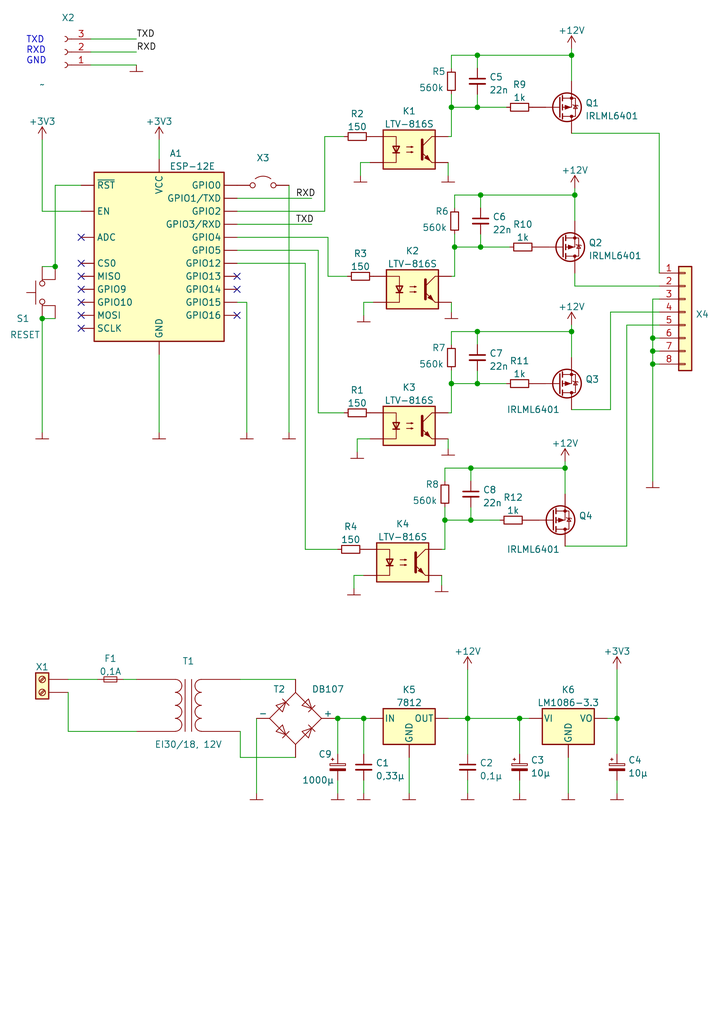
<source format=kicad_sch>
(kicad_sch (version 20211123) (generator eeschema)
  (paper "User" 140.005 200)
  (lib_symbols
    (symbol "Connector:Conn_01x03_Female" (pin_names (offset 1.016) hide)
      (property "Reference" "J" (at 0 5.08 0))
      (property "Value" "Conn_01x03_Female" (at 0 -5.08 0))
      (symbol "Conn_01x03_Female_1_1"
        (arc (start 0 -2.032) (mid -0.508 -2.54) (end 0 -3.048) (stroke (width 0.1524)))
        (polyline (pts (xy -1.27 -2.54) (xy -0.508 -2.54)) (stroke (width 0.1524)))
        (polyline (pts (xy -1.27 0) (xy -0.508 0)) (stroke (width 0.1524)))
        (polyline (pts (xy -1.27 2.54) (xy -0.508 2.54)) (stroke (width 0.1524)))
        (arc (start 0 0.508) (mid -0.508 0) (end 0 -0.508) (stroke (width 0.1524)))
        (arc (start 0 3.048) (mid -0.508 2.54) (end 0 2.032) (stroke (width 0.1524)))
        (pin passive line (at -5.08 2.54 0) (length 3.81) (name "Pin_1") (number "1"))
        (pin passive line (at -5.08 0 0) (length 3.81) (name "Pin_2") (number "2"))
        (pin passive line (at -5.08 -2.54 0) (length 3.81) (name "Pin_3") (number "3"))
      )
    )
    (symbol "Connector:Screw_Terminal_01x02" (pin_numbers hide) (pin_names (offset 1.016) hide)
      (property "Reference" "J" (at 0 2.54 0))
      (property "Value" "Screw_Terminal_01x02" (at 0 -5.08 0))
      (symbol "Screw_Terminal_01x02_1_1"
        (rectangle (start -1.27 1.27) (end 1.27 -3.81) (stroke (width 0.254)) (fill (type background)))
        (circle (center 0 -2.54) (radius 0.635) (stroke (width 0.1524)))
        (polyline (pts (xy -0.5334 -2.2098) (xy 0.3302 -3.048)) (stroke (width 0.1524)))
        (polyline (pts (xy -0.5334 0.3302) (xy 0.3302 -0.508)) (stroke (width 0.1524)))
        (polyline (pts (xy -0.3556 -2.032) (xy 0.508 -2.8702)) (stroke (width 0.1524)))
        (polyline (pts (xy -0.3556 0.508) (xy 0.508 -0.3302)) (stroke (width 0.1524)))
        (circle (center 0 0) (radius 0.635) (stroke (width 0.1524)))
        (pin passive line (at -5.08 0 0) (length 3.81) (name "Pin_1") (number "1"))
        (pin passive line (at -5.08 -2.54 0) (length 3.81) (name "Pin_2") (number "2"))
      )
    )
    (symbol "Connector_Generic:Conn_01x08" (pin_names (offset 1.016) hide)
      (property "Reference" "J" (at 0 10.16 0))
      (property "Value" "Conn_01x08" (at 0 -12.7 0))
      (symbol "Conn_01x08_1_1"
        (rectangle (start -1.27 -10.033) (end 0 -10.287) (stroke (width 0.1524)))
        (rectangle (start -1.27 -7.493) (end 0 -7.747) (stroke (width 0.1524)))
        (rectangle (start -1.27 -4.953) (end 0 -5.207) (stroke (width 0.1524)))
        (rectangle (start -1.27 -2.413) (end 0 -2.667) (stroke (width 0.1524)))
        (rectangle (start -1.27 0.127) (end 0 -0.127) (stroke (width 0.1524)))
        (rectangle (start -1.27 2.667) (end 0 2.413) (stroke (width 0.1524)))
        (rectangle (start -1.27 5.207) (end 0 4.953) (stroke (width 0.1524)))
        (rectangle (start -1.27 7.747) (end 0 7.493) (stroke (width 0.1524)))
        (rectangle (start -1.27 8.89) (end 1.27 -11.43) (stroke (width 0.254)) (fill (type background)))
        (pin passive line (at -5.08 7.62 0) (length 3.81) (name "Pin_1") (number "1"))
        (pin passive line (at -5.08 5.08 0) (length 3.81) (name "Pin_2") (number "2"))
        (pin passive line (at -5.08 2.54 0) (length 3.81) (name "Pin_3") (number "3"))
        (pin passive line (at -5.08 0 0) (length 3.81) (name "Pin_4") (number "4"))
        (pin passive line (at -5.08 -2.54 0) (length 3.81) (name "Pin_5") (number "5"))
        (pin passive line (at -5.08 -5.08 0) (length 3.81) (name "Pin_6") (number "6"))
        (pin passive line (at -5.08 -7.62 0) (length 3.81) (name "Pin_7") (number "7"))
        (pin passive line (at -5.08 -10.16 0) (length 3.81) (name "Pin_8") (number "8"))
      )
    )
    (symbol "Device:C_Polarized_Small" (pin_numbers hide) (pin_names (offset 0.254) hide)
      (property "Reference" "C" (at 0.254 1.778 0))
      (property "Value" "C_Polarized_Small" (at 0.254 -2.032 0))
      (symbol "C_Polarized_Small_0_1"
        (rectangle (start -1.524 -0.3048) (end 1.524 -0.6858) (fill (type outline)))
        (rectangle (start -1.524 0.6858) (end 1.524 0.3048))
        (polyline (pts (xy -1.27 1.524) (xy -0.762 1.524)))
        (polyline (pts (xy -1.016 1.27) (xy -1.016 1.778)))
      )
      (symbol "C_Polarized_Small_1_1"
        (pin passive line (at 0 2.54 270) (length 1.8542) (name "~") (number "1"))
        (pin passive line (at 0 -2.54 90) (length 1.8542) (name "~") (number "2"))
      )
    )
    (symbol "Device:C_Small" (pin_numbers hide) (pin_names (offset 0.254) hide)
      (property "Reference" "C" (at 0.254 1.778 0))
      (property "Value" "C_Small" (at 0.254 -2.032 0))
      (symbol "C_Small_0_1"
        (polyline (pts (xy -1.524 -0.508) (xy 1.524 -0.508)) (stroke (width 0.3302)))
        (polyline (pts (xy -1.524 0.508) (xy 1.524 0.508)) (stroke (width 0.3048)))
      )
      (symbol "C_Small_1_1"
        (pin passive line (at 0 2.54 270) (length 2.032) (name "~") (number "1"))
        (pin passive line (at 0 -2.54 90) (length 2.032) (name "~") (number "2"))
      )
    )
    (symbol "Device:Fuse_Small" (pin_numbers hide) (pin_names (offset 0.254) hide)
      (property "Reference" "F" (at 0 -1.524 0))
      (property "Value" "Fuse_Small" (at 0 1.524 0))
      (symbol "Fuse_Small_0_1"
        (rectangle (start -1.27 0.508) (end 1.27 -0.508))
        (polyline (pts (xy -1.27 0) (xy 1.27 0)))
      )
      (symbol "Fuse_Small_1_1"
        (pin passive line (at -2.54 0 0) (length 1.27) (name "~") (number "1"))
        (pin passive line (at 2.54 0 180) (length 1.27) (name "~") (number "2"))
      )
    )
    (symbol "Device:R_Small" (pin_numbers hide) (pin_names (offset 0.254) hide)
      (property "Reference" "R" (at -2.54 1.143 0))
      (property "Value" "R_Small" (at 0.762 -1.016 0))
      (symbol "R_Small_0_1"
        (rectangle (start -0.762 1.778) (end 0.762 -1.778) (stroke (width 0.2032)))
      )
      (symbol "R_Small_1_1"
        (pin passive line (at 0 2.54 270) (length 0.762) (name "~") (number "1"))
        (pin passive line (at 0 -2.54 90) (length 0.762) (name "~") (number "2"))
      )
    )
    (symbol "Device:Transformer_1P_1S" (pin_numbers hide) (pin_names (offset 1.016) hide)
      (property "Reference" "T1" (at 0.0127 8.6529 0))
      (property "Value" "EI30/18, 12V" (at 0 -7.62 0))
      (symbol "Transformer_1P_1S_0_1"
        (arc (start -2.54 -5.0546) (mid -1.6599 -4.6901) (end -1.27 -3.81))
        (arc (start -2.54 -2.5146) (mid -1.6599 -2.1501) (end -1.27 -1.27))
        (arc (start -2.54 0.0254) (mid -1.6599 0.3899) (end -1.27 1.27))
        (arc (start -2.54 2.5654) (mid -1.6599 2.9299) (end -1.27 3.81))
        (arc (start -1.27 -3.81) (mid -1.642 -2.912) (end -2.54 -2.54))
        (arc (start -1.27 -1.27) (mid -1.642 -0.372) (end -2.54 0))
        (arc (start -1.27 1.27) (mid -1.642 2.168) (end -2.54 2.54))
        (arc (start -1.27 3.81) (mid -1.642 4.708) (end -2.54 5.08))
        (polyline (pts (xy -0.635 5.08) (xy -0.635 -5.08)))
        (polyline (pts (xy 0.635 -5.08) (xy 0.635 5.08)))
        (arc (start 1.2954 -1.27) (mid 1.6599 -2.1501) (end 2.54 -2.5146))
        (arc (start 1.2954 1.27) (mid 1.6599 0.3899) (end 2.54 0.0254))
        (arc (start 1.2954 3.81) (mid 1.6599 2.9299) (end 2.54 2.5654))
        (arc (start 1.3208 -3.81) (mid 1.6853 -4.6901) (end 2.5654 -5.0546))
        (arc (start 2.54 0) (mid 1.642 -0.372) (end 1.2954 -1.27))
        (arc (start 2.54 2.54) (mid 1.642 2.168) (end 1.2954 1.27))
        (arc (start 2.54 5.08) (mid 1.642 4.708) (end 1.2954 3.81))
        (arc (start 2.5654 -2.54) (mid 1.6674 -2.912) (end 1.3208 -3.81))
      )
      (symbol "Transformer_1P_1S_1_1"
        (pin passive line (at -10.16 5.08 0) (length 7.62) (name "AA") (number "1"))
        (pin passive line (at -10.16 -5.08 0) (length 7.62) (name "AB") (number "5"))
        (pin passive line (at 10.16 -5.08 180) (length 7.62) (name "SA") (number "7"))
        (pin passive line (at 10.16 5.08 180) (length 7.62) (name "SB") (number "9"))
      )
    )
    (symbol "Diode_Bridge:DF10M" (pin_numbers hide) (pin_names (offset 0))
      (property "Reference" "D" (at 2.54 6.985 0))
      (property "Value" "DF10M" (at 2.54 5.08 0))
      (symbol "DF10M_0_1"
        (polyline (pts (xy -2.54 3.81) (xy -1.27 2.54)))
        (polyline (pts (xy -1.27 -2.54) (xy -2.54 -3.81)))
        (polyline (pts (xy 2.54 -1.27) (xy 3.81 -2.54)))
        (polyline (pts (xy 2.54 1.27) (xy 3.81 2.54)))
        (polyline (pts (xy -3.81 2.54) (xy -2.54 1.27) (xy -1.905 3.175) (xy -3.81 2.54)))
        (polyline (pts (xy -2.54 -1.27) (xy -3.81 -2.54) (xy -1.905 -3.175) (xy -2.54 -1.27)))
        (polyline (pts (xy 1.27 2.54) (xy 2.54 3.81) (xy 3.175 1.905) (xy 1.27 2.54)))
        (polyline (pts (xy 3.175 -1.905) (xy 1.27 -2.54) (xy 2.54 -3.81) (xy 3.175 -1.905)))
        (polyline (pts (xy -5.08 0) (xy 0 -5.08) (xy 5.08 0) (xy 0 5.08) (xy -5.08 0)))
      )
      (symbol "DF10M_1_1"
        (pin passive line (at 7.62 0 180) (length 2.54) (name "+") (number "1"))
        (pin passive line (at -7.62 0 0) (length 2.54) (name "-") (number "2"))
        (pin passive line (at 0 -7.62 90) (length 2.54) (name "~") (number "3"))
        (pin passive line (at 0 7.62 270) (length 2.54) (name "~") (number "4"))
      )
    )
    (symbol "IRLML6401_1" (pin_numbers hide) (pin_names hide)
      (property "Reference" "Q" (at 5.08 1.905 0))
      (property "Value" "IRLML6401_1" (at 5.08 0 0))
      (symbol "IRLML6401_1_0_1"
        (polyline (pts (xy 0.254 0) (xy -2.54 0)))
        (polyline (pts (xy 0.254 1.905) (xy 0.254 -1.905)) (stroke (width 0.254)))
        (polyline (pts (xy 0.762 -1.27) (xy 0.762 -2.286)) (stroke (width 0.254)))
        (polyline (pts (xy 0.762 0.508) (xy 0.762 -0.508)) (stroke (width 0.254)))
        (polyline (pts (xy 0.762 2.286) (xy 0.762 1.27)) (stroke (width 0.254)))
        (polyline (pts (xy 2.54 2.54) (xy 2.54 1.778)))
        (polyline (pts (xy 2.54 -2.54) (xy 2.54 0) (xy 0.762 0)))
        (polyline (pts (xy 0.762 1.778) (xy 3.302 1.778) (xy 3.302 -1.778) (xy 0.762 -1.778)))
        (polyline (pts (xy 2.286 0) (xy 1.27 0.381) (xy 1.27 -0.381) (xy 2.286 0)) (fill (type outline)))
        (polyline (pts (xy 2.794 -0.508) (xy 2.921 -0.381) (xy 3.683 -0.381) (xy 3.81 -0.254)))
        (polyline (pts (xy 3.302 -0.381) (xy 2.921 0.254) (xy 3.683 0.254) (xy 3.302 -0.381)))
        (circle (center 1.651 0) (radius 2.794) (stroke (width 0.254)))
        (circle (center 2.54 -1.778) (radius 0.254) (fill (type outline)))
        (circle (center 2.54 1.778) (radius 0.254) (fill (type outline)))
      )
      (symbol "IRLML6401_1_1_1"
        (pin input line (at -5.08 0 0) (length 2.54) (name "G") (number "1"))
        (pin passive line (at 2.54 -5.08 90) (length 2.54) (name "S") (number "2"))
        (pin passive line (at 2.54 5.08 270) (length 2.54) (name "D") (number "3"))
      )
    )
    (symbol "IRLML6401_2" (pin_numbers hide) (pin_names hide)
      (property "Reference" "Q" (at 5.08 1.905 0))
      (property "Value" "IRLML6401_2" (at 5.08 0 0))
      (symbol "IRLML6401_2_0_1"
        (polyline (pts (xy 0.254 0) (xy -2.54 0)))
        (polyline (pts (xy 0.254 1.905) (xy 0.254 -1.905)) (stroke (width 0.254)))
        (polyline (pts (xy 0.762 -1.27) (xy 0.762 -2.286)) (stroke (width 0.254)))
        (polyline (pts (xy 0.762 0.508) (xy 0.762 -0.508)) (stroke (width 0.254)))
        (polyline (pts (xy 0.762 2.286) (xy 0.762 1.27)) (stroke (width 0.254)))
        (polyline (pts (xy 2.54 2.54) (xy 2.54 1.778)))
        (polyline (pts (xy 2.54 -2.54) (xy 2.54 0) (xy 0.762 0)))
        (polyline (pts (xy 0.762 1.778) (xy 3.302 1.778) (xy 3.302 -1.778) (xy 0.762 -1.778)))
        (polyline (pts (xy 2.286 0) (xy 1.27 0.381) (xy 1.27 -0.381) (xy 2.286 0)) (fill (type outline)))
        (polyline (pts (xy 2.794 -0.508) (xy 2.921 -0.381) (xy 3.683 -0.381) (xy 3.81 -0.254)))
        (polyline (pts (xy 3.302 -0.381) (xy 2.921 0.254) (xy 3.683 0.254) (xy 3.302 -0.381)))
        (circle (center 1.651 0) (radius 2.794) (stroke (width 0.254)))
        (circle (center 2.54 -1.778) (radius 0.254) (fill (type outline)))
        (circle (center 2.54 1.778) (radius 0.254) (fill (type outline)))
      )
      (symbol "IRLML6401_2_1_1"
        (pin input line (at -5.08 0 0) (length 2.54) (name "G") (number "1"))
        (pin passive line (at 2.54 -5.08 90) (length 2.54) (name "S") (number "2"))
        (pin passive line (at 2.54 5.08 270) (length 2.54) (name "D") (number "3"))
      )
    )
    (symbol "IRLML6401_3" (pin_numbers hide) (pin_names hide)
      (property "Reference" "Q" (at 5.08 1.905 0))
      (property "Value" "IRLML6401_3" (at 5.08 0 0))
      (symbol "IRLML6401_3_0_1"
        (polyline (pts (xy 0.254 0) (xy -2.54 0)))
        (polyline (pts (xy 0.254 1.905) (xy 0.254 -1.905)) (stroke (width 0.254)))
        (polyline (pts (xy 0.762 -1.27) (xy 0.762 -2.286)) (stroke (width 0.254)))
        (polyline (pts (xy 0.762 0.508) (xy 0.762 -0.508)) (stroke (width 0.254)))
        (polyline (pts (xy 0.762 2.286) (xy 0.762 1.27)) (stroke (width 0.254)))
        (polyline (pts (xy 2.54 2.54) (xy 2.54 1.778)))
        (polyline (pts (xy 2.54 -2.54) (xy 2.54 0) (xy 0.762 0)))
        (polyline (pts (xy 0.762 1.778) (xy 3.302 1.778) (xy 3.302 -1.778) (xy 0.762 -1.778)))
        (polyline (pts (xy 2.286 0) (xy 1.27 0.381) (xy 1.27 -0.381) (xy 2.286 0)) (fill (type outline)))
        (polyline (pts (xy 2.794 -0.508) (xy 2.921 -0.381) (xy 3.683 -0.381) (xy 3.81 -0.254)))
        (polyline (pts (xy 3.302 -0.381) (xy 2.921 0.254) (xy 3.683 0.254) (xy 3.302 -0.381)))
        (circle (center 1.651 0) (radius 2.794) (stroke (width 0.254)))
        (circle (center 2.54 -1.778) (radius 0.254) (fill (type outline)))
        (circle (center 2.54 1.778) (radius 0.254) (fill (type outline)))
      )
      (symbol "IRLML6401_3_1_1"
        (pin input line (at -5.08 0 0) (length 2.54) (name "G") (number "1"))
        (pin passive line (at 2.54 -5.08 90) (length 2.54) (name "S") (number "2"))
        (pin passive line (at 2.54 5.08 270) (length 2.54) (name "D") (number "3"))
      )
    )
    (symbol "Isolator:LTV-356T" (pin_numbers hide) (pin_names (offset 1.016))
      (property "Reference" "U" (at -5.334 4.826 0))
      (property "Value" "LTV-356T" (at 0 5.08 0))
      (symbol "LTV-356T_0_1"
        (rectangle (start -5.08 3.81) (end 5.08 -3.81) (stroke (width 0.254)) (fill (type background)))
        (polyline (pts (xy -3.175 -0.635) (xy -1.905 -0.635)) (stroke (width 0.254)))
        (polyline (pts (xy 2.54 0.635) (xy 4.445 2.54)))
        (polyline (pts (xy 4.445 -2.54) (xy 2.54 -0.635)) (fill (type outline)))
        (polyline (pts (xy 4.445 -2.54) (xy 5.08 -2.54)))
        (polyline (pts (xy 4.445 2.54) (xy 5.08 2.54)))
        (polyline (pts (xy -5.08 2.54) (xy -2.54 2.54) (xy -2.54 -0.762)))
        (polyline (pts (xy -2.54 -0.635) (xy -2.54 -2.54) (xy -5.08 -2.54)))
        (polyline (pts (xy 2.54 1.905) (xy 2.54 -1.905) (xy 2.54 -1.905)) (stroke (width 0.508)))
        (polyline (pts (xy -2.54 -0.635) (xy -3.175 0.635) (xy -1.905 0.635) (xy -2.54 -0.635)) (stroke (width 0.254)))
        (polyline (pts (xy -0.508 -0.508) (xy 0.762 -0.508) (xy 0.381 -0.635) (xy 0.381 -0.381) (xy 0.762 -0.508)))
        (polyline (pts (xy -0.508 0.508) (xy 0.762 0.508) (xy 0.381 0.381) (xy 0.381 0.635) (xy 0.762 0.508)))
        (polyline (pts (xy 3.048 -1.651) (xy 3.556 -1.143) (xy 4.064 -2.159) (xy 3.048 -1.651) (xy 3.048 -1.651)) (fill (type outline)))
      )
      (symbol "LTV-356T_1_1"
        (pin passive line (at -7.62 2.54 0) (length 2.54) (name "~") (number "1"))
        (pin passive line (at -7.62 -2.54 0) (length 2.54) (name "~") (number "2"))
        (pin passive line (at 7.62 -2.54 180) (length 2.54) (name "~") (number "3"))
        (pin passive line (at 7.62 2.54 180) (length 2.54) (name "~") (number "4"))
      )
    )
    (symbol "Isolator:LTV-817S" (pin_numbers hide) (pin_names (offset 1.016))
      (property "Reference" "U" (at -3.81 5.08 0))
      (property "Value" "LTV-817S" (at 0 -5.08 0))
      (symbol "LTV-817S_1_1"
        (rectangle (start -5.08 3.81) (end 5.08 -3.81) (stroke (width 0.254)) (fill (type background)))
        (polyline (pts (xy -3.175 -0.635) (xy -1.905 -0.635)) (stroke (width 0.254)))
        (polyline (pts (xy 2.54 0.635) (xy 4.445 2.54)))
        (polyline (pts (xy 4.445 -2.54) (xy 2.54 -0.635)) (fill (type outline)))
        (polyline (pts (xy 4.445 -2.54) (xy 5.08 -2.54)))
        (polyline (pts (xy 4.445 2.54) (xy 5.08 2.54)))
        (polyline (pts (xy -5.08 2.54) (xy -2.54 2.54) (xy -2.54 -0.762)))
        (polyline (pts (xy -2.54 -0.635) (xy -2.54 -2.54) (xy -5.08 -2.54)))
        (polyline (pts (xy 2.54 1.905) (xy 2.54 -1.905) (xy 2.54 -1.905)) (stroke (width 0.508)))
        (polyline (pts (xy -2.54 -0.635) (xy -3.175 0.635) (xy -1.905 0.635) (xy -2.54 -0.635)) (stroke (width 0.254)))
        (polyline (pts (xy -0.508 -0.508) (xy 0.762 -0.508) (xy 0.381 -0.635) (xy 0.381 -0.381) (xy 0.762 -0.508)))
        (polyline (pts (xy -0.508 0.508) (xy 0.762 0.508) (xy 0.381 0.381) (xy 0.381 0.635) (xy 0.762 0.508)))
        (polyline (pts (xy 3.048 -1.651) (xy 3.556 -1.143) (xy 4.064 -2.159) (xy 3.048 -1.651) (xy 3.048 -1.651)) (fill (type outline)))
        (pin passive line (at -7.62 2.54 0) (length 2.54) (name "~") (number "1"))
        (pin passive line (at -7.62 -2.54 0) (length 2.54) (name "~") (number "2"))
        (pin passive line (at 7.62 -2.54 180) (length 2.54) (name "~") (number "3"))
        (pin passive line (at 7.62 2.54 180) (length 2.54) (name "~") (number "4"))
      )
    )
    (symbol "Jumper:Jumper_2_Open" (pin_numbers hide) (pin_names (offset 0) hide)
      (property "Reference" "JP" (at 0 2.794 0))
      (property "Value" "Jumper_2_Open" (at 0 -2.286 0))
      (symbol "Jumper_2_Open_0_0"
        (circle (center -2.032 0) (radius 0.508))
        (circle (center 2.032 0) (radius 0.508))
      )
      (symbol "Jumper_2_Open_0_1"
        (arc (start 1.524 1.27) (mid 0 1.778) (end -1.524 1.27))
      )
      (symbol "Jumper_2_Open_1_1"
        (pin passive line (at -5.08 0 0) (length 2.54) (name "A") (number "1"))
        (pin passive line (at 5.08 0 180) (length 2.54) (name "B") (number "2"))
      )
    )
    (symbol "LTV-356T_1" (pin_numbers hide) (pin_names (offset 1.016))
      (property "Reference" "U" (at -5.334 4.826 0))
      (property "Value" "LTV-356T_1" (at 0 5.08 0))
      (symbol "LTV-356T_1_0_1"
        (rectangle (start -5.08 3.81) (end 5.08 -3.81) (stroke (width 0.254)) (fill (type background)))
        (polyline (pts (xy -3.175 -0.635) (xy -1.905 -0.635)) (stroke (width 0.254)))
        (polyline (pts (xy 2.54 0.635) (xy 4.445 2.54)))
        (polyline (pts (xy 4.445 -2.54) (xy 2.54 -0.635)) (fill (type outline)))
        (polyline (pts (xy 4.445 -2.54) (xy 5.08 -2.54)))
        (polyline (pts (xy 4.445 2.54) (xy 5.08 2.54)))
        (polyline (pts (xy -5.08 2.54) (xy -2.54 2.54) (xy -2.54 -0.762)))
        (polyline (pts (xy -2.54 -0.635) (xy -2.54 -2.54) (xy -5.08 -2.54)))
        (polyline (pts (xy 2.54 1.905) (xy 2.54 -1.905) (xy 2.54 -1.905)) (stroke (width 0.508)))
        (polyline (pts (xy -2.54 -0.635) (xy -3.175 0.635) (xy -1.905 0.635) (xy -2.54 -0.635)) (stroke (width 0.254)))
        (polyline (pts (xy -0.508 -0.508) (xy 0.762 -0.508) (xy 0.381 -0.635) (xy 0.381 -0.381) (xy 0.762 -0.508)))
        (polyline (pts (xy -0.508 0.508) (xy 0.762 0.508) (xy 0.381 0.381) (xy 0.381 0.635) (xy 0.762 0.508)))
        (polyline (pts (xy 3.048 -1.651) (xy 3.556 -1.143) (xy 4.064 -2.159) (xy 3.048 -1.651) (xy 3.048 -1.651)) (fill (type outline)))
      )
      (symbol "LTV-356T_1_1_1"
        (pin passive line (at -7.62 2.54 0) (length 2.54) (name "~") (number "1"))
        (pin passive line (at -7.62 -2.54 0) (length 2.54) (name "~") (number "2"))
        (pin passive line (at 7.62 -2.54 180) (length 2.54) (name "~") (number "3"))
        (pin passive line (at 7.62 2.54 180) (length 2.54) (name "~") (number "4"))
      )
    )
    (symbol "LTV-356T_2" (pin_numbers hide) (pin_names (offset 1.016))
      (property "Reference" "U" (at -5.334 4.826 0))
      (property "Value" "LTV-356T_2" (at 0 5.08 0))
      (symbol "LTV-356T_2_0_1"
        (rectangle (start -5.08 3.81) (end 5.08 -3.81) (stroke (width 0.254)) (fill (type background)))
        (polyline (pts (xy -3.175 -0.635) (xy -1.905 -0.635)) (stroke (width 0.254)))
        (polyline (pts (xy 2.54 0.635) (xy 4.445 2.54)))
        (polyline (pts (xy 4.445 -2.54) (xy 2.54 -0.635)) (fill (type outline)))
        (polyline (pts (xy 4.445 -2.54) (xy 5.08 -2.54)))
        (polyline (pts (xy 4.445 2.54) (xy 5.08 2.54)))
        (polyline (pts (xy -5.08 2.54) (xy -2.54 2.54) (xy -2.54 -0.762)))
        (polyline (pts (xy -2.54 -0.635) (xy -2.54 -2.54) (xy -5.08 -2.54)))
        (polyline (pts (xy 2.54 1.905) (xy 2.54 -1.905) (xy 2.54 -1.905)) (stroke (width 0.508)))
        (polyline (pts (xy -2.54 -0.635) (xy -3.175 0.635) (xy -1.905 0.635) (xy -2.54 -0.635)) (stroke (width 0.254)))
        (polyline (pts (xy -0.508 -0.508) (xy 0.762 -0.508) (xy 0.381 -0.635) (xy 0.381 -0.381) (xy 0.762 -0.508)))
        (polyline (pts (xy -0.508 0.508) (xy 0.762 0.508) (xy 0.381 0.381) (xy 0.381 0.635) (xy 0.762 0.508)))
        (polyline (pts (xy 3.048 -1.651) (xy 3.556 -1.143) (xy 4.064 -2.159) (xy 3.048 -1.651) (xy 3.048 -1.651)) (fill (type outline)))
      )
      (symbol "LTV-356T_2_1_1"
        (pin passive line (at -7.62 2.54 0) (length 2.54) (name "~") (number "1"))
        (pin passive line (at -7.62 -2.54 0) (length 2.54) (name "~") (number "2"))
        (pin passive line (at 7.62 -2.54 180) (length 2.54) (name "~") (number "3"))
        (pin passive line (at 7.62 2.54 180) (length 2.54) (name "~") (number "4"))
      )
    )
    (symbol "RF_Module:ESP-12E" (pin_numbers hide)
      (property "Reference" "U" (at -12.7 19.05 0))
      (property "Value" "ESP-12E" (at 12.7 19.05 0))
      (symbol "ESP-12E_0_1"
        (rectangle (start -12.7 17.78) (end 12.7 -15.24) (stroke (width 0.254)) (fill (type background)))
      )
      (symbol "ESP-12E_1_1"
        (pin input line (at -15.24 15.24 0) (length 2.54) (name "~{RST}") (number "1"))
        (pin bidirectional line (at -15.24 -2.54 0) (length 2.54) (name "MISO") (number "10"))
        (pin bidirectional line (at -15.24 -5.08 0) (length 2.54) (name "GPIO9") (number "11"))
        (pin bidirectional line (at -15.24 -7.62 0) (length 2.54) (name "GPIO10") (number "12"))
        (pin bidirectional line (at -15.24 -10.16 0) (length 2.54) (name "MOSI") (number "13"))
        (pin bidirectional line (at -15.24 -12.7 0) (length 2.54) (name "SCLK") (number "14"))
        (pin power_in line (at 0 -17.78 90) (length 2.54) (name "GND") (number "15"))
        (pin bidirectional line (at 15.24 -7.62 180) (length 2.54) (name "GPIO15") (number "16"))
        (pin bidirectional line (at 15.24 10.16 180) (length 2.54) (name "GPIO2") (number "17"))
        (pin bidirectional line (at 15.24 15.24 180) (length 2.54) (name "GPIO0") (number "18"))
        (pin bidirectional line (at 15.24 5.08 180) (length 2.54) (name "GPIO4") (number "19"))
        (pin input line (at -15.24 5.08 0) (length 2.54) (name "ADC") (number "2"))
        (pin bidirectional line (at 15.24 2.54 180) (length 2.54) (name "GPIO5") (number "20"))
        (pin bidirectional line (at 15.24 7.62 180) (length 2.54) (name "GPIO3/RXD") (number "21"))
        (pin bidirectional line (at 15.24 12.7 180) (length 2.54) (name "GPIO1/TXD") (number "22"))
        (pin input line (at -15.24 10.16 0) (length 2.54) (name "EN") (number "3"))
        (pin bidirectional line (at 15.24 -10.16 180) (length 2.54) (name "GPIO16") (number "4"))
        (pin bidirectional line (at 15.24 -5.08 180) (length 2.54) (name "GPIO14") (number "5"))
        (pin bidirectional line (at 15.24 0 180) (length 2.54) (name "GPIO12") (number "6"))
        (pin bidirectional line (at 15.24 -2.54 180) (length 2.54) (name "GPIO13") (number "7"))
        (pin power_in line (at 0 20.32 270) (length 2.54) (name "VCC") (number "8"))
        (pin input line (at -15.24 0 0) (length 2.54) (name "CS0") (number "9"))
      )
    )
    (symbol "Regulator_Linear:L7812" (pin_numbers hide) (pin_names (offset 0.254))
      (property "Reference" "U" (at -3.81 3.175 0))
      (property "Value" "L7812" (at 0 3.175 0))
      (symbol "L7812_0_1"
        (rectangle (start -5.08 1.905) (end 5.08 -5.08) (stroke (width 0.254)) (fill (type background)))
      )
      (symbol "L7812_1_1"
        (pin power_in line (at -7.62 0 0) (length 2.54) (name "IN") (number "1"))
        (pin power_in line (at 0 -7.62 90) (length 2.54) (name "GND") (number "2"))
        (pin power_out line (at 7.62 0 180) (length 2.54) (name "OUT") (number "3"))
      )
    )
    (symbol "Regulator_Linear:LM1084-3.3" (pin_numbers hide) (pin_names (offset 0.254))
      (property "Reference" "U" (at -3.81 3.175 0))
      (property "Value" "LM1084-3.3" (at 0 3.175 0))
      (symbol "LM1084-3.3_0_1"
        (rectangle (start -5.08 1.905) (end 5.08 -5.08) (stroke (width 0.254)) (fill (type background)))
      )
      (symbol "LM1084-3.3_1_1"
        (pin power_in line (at 0 -7.62 90) (length 2.54) (name "GND") (number "1"))
        (pin power_out line (at 7.62 0 180) (length 2.54) (name "VO") (number "2"))
        (pin power_in line (at -7.62 0 0) (length 2.54) (name "VI") (number "3"))
      )
    )
    (symbol "Switch:SW_MEC_5E" (pin_numbers hide) (pin_names (offset 1.016) hide)
      (property "Reference" "SW" (at 0.635 5.715 0))
      (property "Value" "SW_MEC_5E" (at 0 -3.175 0))
      (symbol "SW_MEC_5E_0_1"
        (circle (center -1.778 2.54) (radius 0.508))
        (polyline (pts (xy -2.286 3.81) (xy 2.286 3.81)))
        (polyline (pts (xy 0 3.81) (xy 0 5.588)))
        (polyline (pts (xy -2.54 0) (xy -2.54 2.54) (xy -2.286 2.54)))
        (polyline (pts (xy 2.54 0) (xy 2.54 2.54) (xy 2.286 2.54)))
        (circle (center 1.778 2.54) (radius 0.508))
        (pin passive line (at -5.08 2.54 0) (length 2.54) (name "1") (number "1"))
        (pin passive line (at -5.08 0 0) (length 2.54) (name "2") (number "2"))
        (pin passive line (at 5.08 0 180) (length 2.54) (name "K") (number "3"))
        (pin passive line (at 5.08 2.54 180) (length 2.54) (name "A") (number "4"))
      )
    )
    (symbol "Transistor_FET:IRLML6401" (pin_numbers hide) (pin_names hide)
      (property "Reference" "Q" (at 5.08 1.905 0))
      (property "Value" "IRLML6401" (at 5.08 0 0))
      (symbol "IRLML6401_0_1"
        (polyline (pts (xy 0.254 0) (xy -2.54 0)))
        (polyline (pts (xy 0.254 1.905) (xy 0.254 -1.905)) (stroke (width 0.254)))
        (polyline (pts (xy 0.762 -1.27) (xy 0.762 -2.286)) (stroke (width 0.254)))
        (polyline (pts (xy 0.762 0.508) (xy 0.762 -0.508)) (stroke (width 0.254)))
        (polyline (pts (xy 0.762 2.286) (xy 0.762 1.27)) (stroke (width 0.254)))
        (polyline (pts (xy 2.54 2.54) (xy 2.54 1.778)))
        (polyline (pts (xy 2.54 -2.54) (xy 2.54 0) (xy 0.762 0)))
        (polyline (pts (xy 0.762 1.778) (xy 3.302 1.778) (xy 3.302 -1.778) (xy 0.762 -1.778)))
        (polyline (pts (xy 2.286 0) (xy 1.27 0.381) (xy 1.27 -0.381) (xy 2.286 0)) (fill (type outline)))
        (polyline (pts (xy 2.794 -0.508) (xy 2.921 -0.381) (xy 3.683 -0.381) (xy 3.81 -0.254)))
        (polyline (pts (xy 3.302 -0.381) (xy 2.921 0.254) (xy 3.683 0.254) (xy 3.302 -0.381)))
        (circle (center 1.651 0) (radius 2.794) (stroke (width 0.254)))
        (circle (center 2.54 -1.778) (radius 0.254) (fill (type outline)))
        (circle (center 2.54 1.778) (radius 0.254) (fill (type outline)))
      )
      (symbol "IRLML6401_1_1"
        (pin input line (at -5.08 0 0) (length 2.54) (name "G") (number "1"))
        (pin passive line (at 2.54 -5.08 90) (length 2.54) (name "S") (number "2"))
        (pin passive line (at 2.54 5.08 270) (length 2.54) (name "D") (number "3"))
      )
    )
    (symbol "power:+12V" (power) (pin_names (offset 0))
      (property "Value" "+12V" (at 0 3.556 0))
      (symbol "+12V_0_1"
        (polyline (pts (xy -0.762 1.27) (xy 0 2.54)))
        (polyline (pts (xy 0 0) (xy 0 2.54)))
        (polyline (pts (xy 0 2.54) (xy 0.762 1.27)))
      )
      (symbol "+12V_1_1"
        (pin power_in line (at 0 0 90) (length 0) hide (name "+12V") (number "1"))
      )
    )
    (symbol "power:+3.3V" (power) (pin_names (offset 0))
      (property "Value" "+3.3V" (at 0 3.556 0))
      (symbol "+3.3V_0_1"
        (polyline (pts (xy -0.762 1.27) (xy 0 2.54)))
        (polyline (pts (xy 0 0) (xy 0 2.54)))
        (polyline (pts (xy 0 2.54) (xy 0.762 1.27)))
      )
      (symbol "+3.3V_1_1"
        (pin power_in line (at 0 0 90) (length 0) hide (name "+3V3") (number "1"))
      )
    )
    (symbol "power:GND" (power) (pin_names (offset 0))
      (symbol "GND_0_1"
        (polyline (pts (xy 0 0) (xy 0 -1.27) (xy 1.27 -1.27) (xy -1.27 -1.27) (xy 0 -1.27)))
      )
      (symbol "GND_1_1"
        (pin power_in line (at 0 0 270) (length 0) hide (name "GND") (number "1"))
      )
    )
  )
  (junction (at 110.49 91.44))
  (junction (at 88.265 20.955))
  (junction (at 88.9 48.26))
  (junction (at 93.98 48.26))
  (junction (at 8.255 62.23))
  (junction (at 111.76 10.795))
  (junction (at 86.995 101.6))
  (junction (at 88.265 74.93))
  (junction (at 93.345 10.795))
  (junction (at 112.395 38.1))
  (junction (at 127.635 66.04))
  (junction (at 66.04 140.335))
  (junction (at 93.345 64.77))
  (junction (at 93.345 74.93))
  (junction (at 93.345 20.955))
  (junction (at 91.44 140.335))
  (junction (at 127.635 68.58))
  (junction (at 101.6 140.335))
  (junction (at 111.76 64.77))
  (junction (at 92.075 91.44))
  (junction (at 93.98 38.1))
  (junction (at 127.635 71.12))
  (junction (at 71.12 140.335))
  (junction (at 92.075 101.6))
  (junction (at 120.65 140.335))
  (junction (at 10.795 52.07))
  (no_connect (at 46.355 53.975))
  (no_connect (at 46.355 56.515))
  (no_connect (at 46.355 61.595))
  (no_connect (at 15.875 46.355))
  (no_connect (at 15.875 51.435))
  (no_connect (at 15.875 53.975))
  (no_connect (at 15.875 56.515))
  (no_connect (at 15.875 59.055))
  (no_connect (at 15.875 61.595))
  (no_connect (at 15.875 64.135))
  (wire (pts (xy 50.165 140.335) (xy 50.165 154.94)))
  (wire (pts (xy 31.115 27.305) (xy 31.115 31.115)))
  (wire (pts (xy 62.23 80.645) (xy 67.31 80.645)))
  (wire (pts (xy 88.9 38.1) (xy 88.9 40.64)))
  (wire (pts (xy 111.76 15.875) (xy 111.76 10.795)))
  (wire (pts (xy 88.265 72.39) (xy 88.265 74.93)))
  (wire (pts (xy 17.78 12.7) (xy 26.67 12.7)))
  (wire (pts (xy 66.04 152.4) (xy 66.04 154.94)))
  (wire (pts (xy 71.12 59.055) (xy 73.025 59.055)))
  (wire (pts (xy 93.98 48.26) (xy 99.695 48.26)))
  (wire (pts (xy 88.265 26.67) (xy 87.63 26.67)))
  (wire (pts (xy 86.995 101.6) (xy 92.075 101.6)))
  (wire (pts (xy 93.345 72.39) (xy 93.345 74.93)))
  (wire (pts (xy 122.555 106.68) (xy 122.555 63.5)))
  (wire (pts (xy 8.255 52.07) (xy 10.795 52.07)))
  (wire (pts (xy 10.795 52.07) (xy 10.795 36.195)))
  (wire (pts (xy 93.345 18.415) (xy 93.345 20.955)))
  (wire (pts (xy 119.38 80.01) (xy 119.38 60.96)))
  (wire (pts (xy 92.075 91.44) (xy 92.075 93.98)))
  (wire (pts (xy 111.76 63.5) (xy 111.76 64.77)))
  (wire (pts (xy 101.6 140.335) (xy 101.6 147.32)))
  (wire (pts (xy 17.78 7.62) (xy 26.67 7.62)))
  (wire (pts (xy 128.905 26.035) (xy 128.905 53.34)))
  (wire (pts (xy 71.12 61.595) (xy 71.12 59.055)))
  (wire (pts (xy 65.405 140.335) (xy 66.04 140.335)))
  (wire (pts (xy 111.76 80.01) (xy 119.38 80.01)))
  (wire (pts (xy 80.01 147.955) (xy 80.01 154.94)))
  (wire (pts (xy 88.265 20.955) (xy 88.265 26.67)))
  (wire (pts (xy 110.49 106.68) (xy 122.555 106.68)))
  (wire (pts (xy 93.98 38.1) (xy 88.9 38.1)))
  (wire (pts (xy 8.255 62.23) (xy 8.255 84.455)))
  (wire (pts (xy 120.65 130.81) (xy 120.65 140.335)))
  (wire (pts (xy 91.44 140.335) (xy 91.44 147.32)))
  (wire (pts (xy 93.345 64.77) (xy 93.345 67.31)))
  (wire (pts (xy 64.135 46.355) (xy 64.135 53.975)))
  (wire (pts (xy 59.69 107.315) (xy 66.04 107.315)))
  (wire (pts (xy 71.12 140.335) (xy 72.39 140.335)))
  (wire (pts (xy 127.635 68.58) (xy 127.635 66.04)))
  (wire (pts (xy 69.215 112.395) (xy 71.12 112.395)))
  (wire (pts (xy 66.04 140.335) (xy 66.04 147.32)))
  (wire (pts (xy 92.075 91.44) (xy 86.995 91.44)))
  (wire (pts (xy 127.635 66.04) (xy 127.635 58.42)))
  (wire (pts (xy 10.795 36.195) (xy 15.875 36.195)))
  (wire (pts (xy 127.635 93.98) (xy 127.635 71.12)))
  (wire (pts (xy 46.355 59.055) (xy 48.26 59.055)))
  (wire (pts (xy 8.255 27.305) (xy 8.255 41.275)))
  (wire (pts (xy 91.44 130.81) (xy 91.44 140.335)))
  (wire (pts (xy 88.9 45.72) (xy 88.9 48.26)))
  (wire (pts (xy 111.76 26.035) (xy 128.905 26.035)))
  (wire (pts (xy 31.115 69.215) (xy 31.115 84.455)))
  (wire (pts (xy 69.215 114.935) (xy 69.215 112.395)))
  (wire (pts (xy 93.345 10.795) (xy 88.265 10.795)))
  (wire (pts (xy 112.395 43.18) (xy 112.395 38.1)))
  (wire (pts (xy 86.995 101.6) (xy 86.995 107.315)))
  (wire (pts (xy 122.555 63.5) (xy 128.905 63.5)))
  (wire (pts (xy 120.65 140.335) (xy 120.65 147.32)))
  (wire (pts (xy 46.99 147.955) (xy 57.785 147.955)))
  (wire (pts (xy 93.345 10.795) (xy 93.345 13.335)))
  (wire (pts (xy 111.125 147.955) (xy 111.125 154.94)))
  (wire (pts (xy 86.36 112.395) (xy 86.36 114.3)))
  (wire (pts (xy 17.78 10.16) (xy 26.67 10.16)))
  (wire (pts (xy 93.98 38.1) (xy 93.98 40.64)))
  (wire (pts (xy 91.44 140.335) (xy 101.6 140.335)))
  (wire (pts (xy 71.12 140.335) (xy 71.12 147.32)))
  (wire (pts (xy 88.9 48.26) (xy 93.98 48.26)))
  (wire (pts (xy 111.76 69.85) (xy 111.76 64.77)))
  (wire (pts (xy 87.63 140.335) (xy 91.44 140.335)))
  (wire (pts (xy 46.355 51.435) (xy 59.69 51.435)))
  (wire (pts (xy 93.345 20.955) (xy 99.06 20.955)))
  (wire (pts (xy 8.255 62.23) (xy 10.795 62.23)))
  (wire (pts (xy 88.265 10.795) (xy 88.265 13.335)))
  (wire (pts (xy 13.335 132.715) (xy 19.05 132.715)))
  (wire (pts (xy 66.04 140.335) (xy 71.12 140.335)))
  (wire (pts (xy 93.345 64.77) (xy 88.265 64.77)))
  (wire (pts (xy 69.85 88.265) (xy 69.85 85.725)))
  (wire (pts (xy 120.65 152.4) (xy 120.65 154.94)))
  (wire (pts (xy 62.23 48.895) (xy 62.23 80.645)))
  (wire (pts (xy 119.38 60.96) (xy 128.905 60.96)))
  (wire (pts (xy 127.635 71.12) (xy 127.635 68.58)))
  (wire (pts (xy 46.355 46.355) (xy 64.135 46.355)))
  (wire (pts (xy 63.5 26.67) (xy 67.31 26.67)))
  (wire (pts (xy 110.49 96.52) (xy 110.49 91.44)))
  (wire (pts (xy 101.6 152.4) (xy 101.6 154.94)))
  (wire (pts (xy 111.76 9.525) (xy 111.76 10.795)))
  (wire (pts (xy 101.6 140.335) (xy 103.505 140.335)))
  (wire (pts (xy 87.63 31.75) (xy 87.63 34.29)))
  (wire (pts (xy 118.745 140.335) (xy 120.65 140.335)))
  (wire (pts (xy 88.265 74.93) (xy 88.265 80.645)))
  (wire (pts (xy 93.98 45.72) (xy 93.98 48.26)))
  (wire (pts (xy 112.395 53.34) (xy 112.395 55.88)))
  (wire (pts (xy 127.635 68.58) (xy 128.905 68.58)))
  (wire (pts (xy 86.995 91.44) (xy 86.995 93.98)))
  (wire (pts (xy 93.345 74.93) (xy 99.06 74.93)))
  (wire (pts (xy 86.995 99.06) (xy 86.995 101.6)))
  (wire (pts (xy 48.26 59.055) (xy 48.26 84.455)))
  (wire (pts (xy 111.76 10.795) (xy 93.345 10.795)))
  (wire (pts (xy 88.265 64.77) (xy 88.265 67.31)))
  (wire (pts (xy 88.9 48.26) (xy 88.9 53.975)))
  (wire (pts (xy 112.395 55.88) (xy 128.905 55.88)))
  (wire (pts (xy 110.49 91.44) (xy 92.075 91.44)))
  (wire (pts (xy 8.255 41.275) (xy 15.875 41.275)))
  (wire (pts (xy 56.515 36.195) (xy 56.515 84.455)))
  (wire (pts (xy 92.075 101.6) (xy 97.79 101.6)))
  (wire (pts (xy 88.265 74.93) (xy 93.345 74.93)))
  (wire (pts (xy 63.5 41.275) (xy 63.5 26.67)))
  (wire (pts (xy 88.265 20.955) (xy 93.345 20.955)))
  (wire (pts (xy 46.355 41.275) (xy 63.5 41.275)))
  (wire (pts (xy 111.76 64.77) (xy 93.345 64.77)))
  (wire (pts (xy 64.135 53.975) (xy 67.945 53.975)))
  (wire (pts (xy 13.335 135.255) (xy 13.335 142.875)))
  (wire (pts (xy 91.44 152.4) (xy 91.44 154.94)))
  (wire (pts (xy 70.485 31.75) (xy 72.39 31.75)))
  (wire (pts (xy 112.395 36.83) (xy 112.395 38.1)))
  (wire (pts (xy 13.335 142.875) (xy 26.67 142.875)))
  (wire (pts (xy 46.355 48.895) (xy 62.23 48.895)))
  (wire (pts (xy 46.99 142.875) (xy 46.99 147.955)))
  (wire (pts (xy 24.13 132.715) (xy 26.67 132.715)))
  (wire (pts (xy 46.99 132.715) (xy 57.785 132.715)))
  (wire (pts (xy 112.395 38.1) (xy 93.98 38.1)))
  (wire (pts (xy 70.485 34.29) (xy 70.485 31.75)))
  (wire (pts (xy 88.265 80.645) (xy 87.63 80.645)))
  (wire (pts (xy 71.12 152.4) (xy 71.12 154.94)))
  (wire (pts (xy 127.635 58.42) (xy 128.905 58.42)))
  (wire (pts (xy 88.265 18.415) (xy 88.265 20.955)))
  (wire (pts (xy 69.85 85.725) (xy 72.39 85.725)))
  (wire (pts (xy 46.355 43.815) (xy 60.96 43.815)))
  (wire (pts (xy 59.69 51.435) (xy 59.69 107.315)))
  (wire (pts (xy 127.635 71.12) (xy 128.905 71.12)))
  (wire (pts (xy 88.265 59.055) (xy 88.265 60.96)))
  (wire (pts (xy 110.49 90.17) (xy 110.49 91.44)))
  (wire (pts (xy 127.635 66.04) (xy 128.905 66.04)))
  (wire (pts (xy 92.075 99.06) (xy 92.075 101.6)))
  (wire (pts (xy 87.63 85.725) (xy 87.63 87.63)))
  (wire (pts (xy 86.995 107.315) (xy 86.36 107.315)))
  (wire (pts (xy 46.355 38.735) (xy 60.96 38.735)))
  (wire (pts (xy 88.9 53.975) (xy 88.265 53.975)))
  (text "TXD\nRXD\nGND" (at 5.08 12.7 0) (effects (font (size 1.27 1.27)) (justify left bottom)))
  (label "RXD" (at 57.785 38.735 0))
  (label "RXD" (at 26.67 10.16 0))
  (label "TXD" (at 26.67 7.62 0))
  (label "TXD" (at 57.785 43.815 0))
  (symbol (lib_id "Device:R_Small") (at 68.58 107.315 90) (unit 1)
    (property "Reference" "R4" (at 68.58 102.8786 90))
    (property "Value" "150" (at 68.58 105.4155 90))
    (property "Footprint" "Resistor_SMD:R_1206_3216Metric_Pad1.30x1.75mm_HandSolder" (effects hide))
  )
  (symbol (lib_id "Device:R_Small") (at 88.265 69.85 0) (unit 1)
    (property "Reference" "R7" (at 84.455 67.945 0) (effects (justify left)))
    (property "Value" "560k" (at 81.915 71.12 0) (effects (justify left)))
    (property "Footprint" "Resistor_SMD:R_1206_3216Metric_Pad1.30x1.75mm_HandSolder" (effects hide))
  )
  (symbol (lib_id "Connector:Conn_01x03_Female") (at 12.7 10.16 180) (unit 1)
    (property "Reference" "X2" (at 13.335 3.463 0))
    (property "Value" "~" (at 8.255 16.51 0))
  )
  (symbol (lib_name "IRLML6401_1") (lib_id "Transistor_FET:IRLML6401") (at 109.22 20.955 0) (mirror x) (unit 1)
    (property "Reference" "Q1" (at 114.427 20.1203 0) (effects (justify left)))
    (property "Value" "IRLML6401" (at 114.427 22.6572 0) (effects (justify left)))
    (property "Footprint" "Package_TO_SOT_SMD:SOT-23" (effects hide))
    (property "Datasheet" "https://www.infineon.com/dgdl/irlml6401pbf.pdf?fileId=5546d462533600a401535668b96d2634" (effects hide))
  )
  (symbol (lib_name "IRLML6401_2") (lib_id "Transistor_FET:IRLML6401") (at 109.855 48.26 0) (mirror x) (unit 1)
    (property "Reference" "Q2" (at 115.062 47.4253 0) (effects (justify left)))
    (property "Value" "IRLML6401" (at 115.062 49.9622 0) (effects (justify left)))
    (property "Footprint" "Package_TO_SOT_SMD:SOT-23" (effects hide))
    (property "Datasheet" "https://www.infineon.com/dgdl/irlml6401pbf.pdf?fileId=5546d462533600a401535668b96d2634" (effects hide))
  )
  (symbol (lib_id "Device:Fuse_Small") (at 21.59 132.715 0) (unit 1)
    (property "Reference" "F1" (at 21.59 128.6342 0))
    (property "Value" "0,1A" (at 21.59 131.1711 0))
    (property "Footprint" "Fuse:Fuse_250V_20A" (effects hide))
  )
  (symbol (lib_id "Switch:SW_MEC_5E") (at 10.795 57.15 90) (unit 1)
    (property "Reference" "S1" (at 3.175 62.23 90) (effects (justify right)))
    (property "Value" "RESET" (at 1.905 65.405 90) (effects (justify right)))
    (property "Footprint" "Button_Switch_THT:SW_TH_Tactile_Omron_B3F-10xx" (effects hide))
    (property "Datasheet" "http://www.apem.com/int/index.php?controller=attachment&id_attachment=1371" (effects hide))
  )
  (symbol (lib_id "power:GND") (at 56.515 84.455 0) (unit 1)
    (property "Reference" "#PWR013" (effects hide))
    (property "Value" "GND" (effects hide))
  )
  (symbol (lib_id "power:+12V") (at 111.76 63.5 0) (unit 1)
    (property "Reference" "#PWR030" (effects hide))
    (property "Value" "+12V" (at 111.76 59.9242 0))
  )
  (symbol (lib_id "power:GND") (at 87.63 34.29 0) (unit 1)
    (property "Reference" "#PWR022" (effects hide))
    (property "Value" "GND" (effects hide))
  )
  (symbol (lib_id "power:GND") (at 66.04 154.94 0) (unit 1)
    (property "Reference" "#PWR0101" (effects hide))
    (property "Value" "GND" (effects hide))
  )
  (symbol (lib_id "power:GND") (at 71.12 61.595 0) (unit 1)
    (property "Reference" "#PWR020" (effects hide))
    (property "Value" "GND" (effects hide))
  )
  (symbol (lib_id "Diode_Bridge:DF10M") (at 57.785 140.335 0) (unit 1)
    (property "Reference" "T2" (at 54.61 134.62 0))
    (property "Value" "DB107" (at 64.135 134.62 0))
    (property "Footprint" "Diode_THT:Diode_Bridge_DIP-4_W7.62mm_P5.08mm" (effects hide))
    (property "Datasheet" "http://www.vishay.com/docs/88571/dfm.pdf" (effects hide))
  )
  (symbol (lib_id "power:+12V") (at 91.44 130.81 0) (unit 1)
    (property "Reference" "#PWR011" (effects hide))
    (property "Value" "+12V" (at 91.44 127.2342 0))
  )
  (symbol (lib_id "power:GND") (at 86.36 114.3 0) (unit 1)
    (property "Reference" "#PWR025" (effects hide))
    (property "Value" "GND" (effects hide))
  )
  (symbol (lib_id "Device:R_Small") (at 101.6 74.93 90) (unit 1)
    (property "Reference" "R11" (at 101.6 70.4936 90))
    (property "Value" "1k" (at 101.6 73.0305 90))
    (property "Footprint" "Resistor_SMD:R_1206_3216Metric_Pad1.30x1.75mm_HandSolder" (effects hide))
  )
  (symbol (lib_id "power:+3.3V") (at 31.115 27.305 0) (unit 1)
    (property "Reference" "#PWR06" (effects hide))
    (property "Value" "+3.3V" (at 31.115 23.7292 0))
  )
  (symbol (lib_id "power:+12V") (at 112.395 36.83 0) (unit 1)
    (property "Reference" "#PWR029" (effects hide))
    (property "Value" "+12V" (at 112.395 33.2542 0))
  )
  (symbol (lib_id "Device:R_Small") (at 88.265 15.875 0) (unit 1)
    (property "Reference" "R5" (at 84.455 13.97 0) (effects (justify left)))
    (property "Value" "560k" (at 81.915 17.145 0) (effects (justify left)))
    (property "Footprint" "Resistor_SMD:R_1206_3216Metric_Pad1.30x1.75mm_HandSolder" (effects hide))
  )
  (symbol (lib_id "Device:C_Small") (at 92.075 96.52 0) (unit 1)
    (property "Reference" "C8" (at 94.3991 95.6916 0) (effects (justify left)))
    (property "Value" "22n" (at 94.3991 98.2285 0) (effects (justify left)))
    (property "Footprint" "Capacitor_SMD:C_1206_3216Metric_Pad1.33x1.80mm_HandSolder" (effects hide))
  )
  (symbol (lib_id "power:GND") (at 101.6 154.94 0) (unit 1)
    (property "Reference" "#PWR014" (effects hide))
    (property "Value" "GND" (effects hide))
  )
  (symbol (lib_id "power:GND") (at 91.44 154.94 0) (unit 1)
    (property "Reference" "#PWR012" (effects hide))
    (property "Value" "GND" (effects hide))
  )
  (symbol (lib_id "Connector_Generic:Conn_01x08") (at 133.985 60.96 0) (unit 1)
    (property "Reference" "X4" (at 136.017 61.3953 0) (effects (justify left)))
    (property "Value" "Conn_01x08" (effects hide))
    (property "Footprint" "Connector_PinHeader_2.54mm:PinHeader_1x08_P2.54mm_Vertical" (effects hide))
  )
  (symbol (lib_id "Device:C_Small") (at 71.12 149.86 0) (unit 1)
    (property "Reference" "C1" (at 73.4441 149.0316 0) (effects (justify left)))
    (property "Value" "0,33µ" (at 73.4441 151.5685 0) (effects (justify left)))
    (property "Footprint" "Capacitor_SMD:C_1206_3216Metric_Pad1.33x1.80mm_HandSolder" (effects hide))
  )
  (symbol (lib_id "power:+3.3V") (at 8.255 27.305 0) (unit 1)
    (property "Reference" "#PWR03" (effects hide))
    (property "Value" "+3.3V" (at 8.255 23.7292 0))
  )
  (symbol (lib_id "power:GND") (at 80.01 154.94 0) (unit 1)
    (property "Reference" "#PWR09" (effects hide))
    (property "Value" "GND" (effects hide))
  )
  (symbol (lib_id "power:GND") (at 111.125 154.94 0) (unit 1)
    (property "Reference" "#PWR015" (effects hide))
    (property "Value" "GND" (effects hide))
  )
  (symbol (lib_id "power:GND") (at 48.26 84.455 0) (unit 1)
    (property "Reference" "#PWR010" (effects hide))
    (property "Value" "GND" (effects hide))
  )
  (symbol (lib_id "power:+12V") (at 110.49 90.17 0) (unit 1)
    (property "Reference" "#PWR031" (effects hide))
    (property "Value" "+12V" (at 110.49 86.5942 0))
  )
  (symbol (lib_id "power:GND") (at 50.165 154.94 0) (unit 1)
    (property "Reference" "#PWR05" (effects hide))
    (property "Value" "GND" (effects hide))
  )
  (symbol (lib_id "power:GND") (at 8.255 84.455 0) (unit 1)
    (property "Reference" "#PWR04" (effects hide))
    (property "Value" "GND" (effects hide))
  )
  (symbol (lib_id "power:GND") (at 31.115 84.455 0) (unit 1)
    (property "Reference" "#PWR07" (effects hide))
    (property "Value" "GND" (effects hide))
  )
  (symbol (lib_id "power:GND") (at 120.65 154.94 0) (unit 1)
    (property "Reference" "#PWR017" (effects hide))
    (property "Value" "GND" (effects hide))
  )
  (symbol (lib_id "Regulator_Linear:L7812") (at 80.01 140.335 0) (unit 1)
    (property "Reference" "K5" (at 80.01 134.7302 0))
    (property "Value" "7812" (at 80.01 137.2671 0))
    (property "Footprint" "Package_TO_SOT_THT:TO-220-3_Horizontal_TabDown" (effects hide))
    (property "Datasheet" "http://www.st.com/content/ccc/resource/technical/document/datasheet/41/4f/b3/b0/12/d4/47/88/CD00000444.pdf/files/CD00000444.pdf/jcr:content/translations/en.CD00000444.pdf" (effects hide))
  )
  (symbol (lib_id "Device:R_Small") (at 86.995 96.52 0) (unit 1)
    (property "Reference" "R8" (at 83.185 94.615 0) (effects (justify left)))
    (property "Value" "560k" (at 80.645 97.79 0) (effects (justify left)))
    (property "Footprint" "Resistor_SMD:R_1206_3216Metric_Pad1.30x1.75mm_HandSolder" (effects hide))
  )
  (symbol (lib_id "Device:R_Small") (at 88.9 43.18 0) (unit 1)
    (property "Reference" "R6" (at 85.09 41.275 0) (effects (justify left)))
    (property "Value" "560k" (at 82.55 44.45 0) (effects (justify left)))
    (property "Footprint" "Resistor_SMD:R_1206_3216Metric_Pad1.30x1.75mm_HandSolder" (effects hide))
  )
  (symbol (lib_id "Device:R_Small") (at 69.85 26.67 90) (unit 1)
    (property "Reference" "R2" (at 69.85 22.2336 90))
    (property "Value" "150" (at 69.85 24.7705 90))
    (property "Footprint" "Resistor_SMD:R_1206_3216Metric_Pad1.30x1.75mm_HandSolder" (effects hide))
  )
  (symbol (lib_id "Device:C_Polarized_Small") (at 66.04 149.86 0) (unit 1)
    (property "Reference" "C9" (at 62.23 147.32 0) (effects (justify left)))
    (property "Value" "1000µ" (at 59.055 152.4 0) (effects (justify left)))
    (property "Footprint" "Capacitor_THT:CP_Radial_D12.5mm_P5.00mm" (effects hide))
  )
  (symbol (lib_id "power:GND") (at 88.265 60.96 0) (unit 1)
    (property "Reference" "#PWR023" (effects hide))
    (property "Value" "GND" (effects hide))
  )
  (symbol (lib_id "Device:R_Small") (at 101.6 20.955 90) (unit 1)
    (property "Reference" "R9" (at 101.6 16.5186 90))
    (property "Value" "1k" (at 101.6 19.0555 90))
    (property "Footprint" "Resistor_SMD:R_1206_3216Metric_Pad1.30x1.75mm_HandSolder" (effects hide))
  )
  (symbol (lib_name "LTV-356T_2") (lib_id "Isolator:LTV-356T") (at 80.01 83.185 0) (unit 1)
    (property "Reference" "K3" (at 80.01 75.6752 0))
    (property "Value" "LTV-816S" (at 80.01 78.2121 0))
    (property "Datasheet" "http://optoelectronics.liteon.com/upload/download/DS70-2001-010/S_110_LTV-356T%2020140520.pdf" (effects hide))
  )
  (symbol (lib_id "power:+3.3V") (at 120.65 130.81 0) (unit 1)
    (property "Reference" "#PWR016" (effects hide))
    (property "Value" "+3.3V" (at 120.65 127.2342 0))
  )
  (symbol (lib_id "Device:C_Small") (at 93.345 15.875 0) (unit 1)
    (property "Reference" "C5" (at 95.6691 15.0466 0) (effects (justify left)))
    (property "Value" "22n" (at 95.6691 17.5835 0) (effects (justify left)))
    (property "Footprint" "Capacitor_SMD:C_1206_3216Metric_Pad1.33x1.80mm_HandSolder" (effects hide))
  )
  (symbol (lib_id "Device:C_Small") (at 93.98 43.18 0) (unit 1)
    (property "Reference" "C6" (at 96.3041 42.3516 0) (effects (justify left)))
    (property "Value" "22n" (at 96.3041 44.8885 0) (effects (justify left)))
    (property "Footprint" "Capacitor_SMD:C_1206_3216Metric_Pad1.33x1.80mm_HandSolder" (effects hide))
  )
  (symbol (lib_id "Transistor_FET:IRLML6401") (at 107.95 101.6 0) (mirror x) (unit 1)
    (property "Reference" "Q4" (at 113.157 100.7653 0) (effects (justify left)))
    (property "Value" "IRLML6401" (at 99.06 107.315 0) (effects (justify left)))
    (property "Footprint" "Package_TO_SOT_SMD:SOT-23" (effects hide))
    (property "Datasheet" "https://www.infineon.com/dgdl/irlml6401pbf.pdf?fileId=5546d462533600a401535668b96d2634" (effects hide))
  )
  (symbol (lib_id "Device:C_Polarized_Small") (at 101.6 149.86 0) (unit 1)
    (property "Reference" "C3" (at 103.759 148.4792 0) (effects (justify left)))
    (property "Value" "10µ" (at 103.759 151.0161 0) (effects (justify left)))
    (property "Footprint" "Capacitor_Tantalum_SMD:CP_EIA-7360-38_Kemet-E_Pad2.25x4.25mm_HandSolder" (effects hide))
  )
  (symbol (lib_name "IRLML6401_3") (lib_id "Transistor_FET:IRLML6401") (at 109.22 74.93 0) (mirror x) (unit 1)
    (property "Reference" "Q3" (at 114.427 74.0953 0) (effects (justify left)))
    (property "Value" "IRLML6401" (at 99.06 80.01 0) (effects (justify left)))
    (property "Footprint" "Package_TO_SOT_SMD:SOT-23" (effects hide))
    (property "Datasheet" "https://www.infineon.com/dgdl/irlml6401pbf.pdf?fileId=5546d462533600a401535668b96d2634" (effects hide))
  )
  (symbol (lib_id "Device:R_Small") (at 102.235 48.26 90) (unit 1)
    (property "Reference" "R10" (at 102.235 43.8236 90))
    (property "Value" "1k" (at 102.235 46.3605 90))
    (property "Footprint" "Resistor_SMD:R_1206_3216Metric_Pad1.30x1.75mm_HandSolder" (effects hide))
  )
  (symbol (lib_id "power:GND") (at 87.63 87.63 0) (unit 1)
    (property "Reference" "#PWR024" (effects hide))
    (property "Value" "GND" (effects hide))
  )
  (symbol (lib_id "Device:Transformer_1P_1S") (at 36.83 137.795 0) (unit 1)
    (property "Reference" "T1" (at 36.8427 129.1421 0))
    (property "Value" "EI30/18, 12V" (at 36.83 145.415 0))
    (property "Footprint" "Transformer_THT:Transformer_CHK_EI30-2VA_1xSec" (effects hide))
  )
  (symbol (lib_id "power:GND") (at 127.635 93.98 0) (unit 1)
    (property "Reference" "#PWR034" (effects hide))
    (property "Value" "GND" (effects hide))
  )
  (symbol (lib_id "Device:R_Small") (at 70.485 53.975 90) (unit 1)
    (property "Reference" "R3" (at 70.485 49.5386 90))
    (property "Value" "150" (at 70.485 52.0755 90))
    (property "Footprint" "Resistor_SMD:R_1206_3216Metric_Pad1.30x1.75mm_HandSolder" (effects hide))
  )
  (symbol (lib_id "Device:C_Small") (at 91.44 149.86 0) (unit 1)
    (property "Reference" "C2" (at 93.7641 149.0316 0) (effects (justify left)))
    (property "Value" "0,1µ" (at 93.7641 151.5685 0) (effects (justify left)))
    (property "Footprint" "Capacitor_SMD:C_1206_3216Metric_Pad1.33x1.80mm_HandSolder" (effects hide))
  )
  (symbol (lib_id "power:+12V") (at 111.76 9.525 0) (unit 1)
    (property "Reference" "#PWR028" (effects hide))
    (property "Value" "+12V" (at 111.76 5.9492 0))
  )
  (symbol (lib_id "RF_Module:ESP-12E") (at 31.115 51.435 0) (unit 1)
    (property "Reference" "A1" (at 33.1344 29.9552 0) (effects (justify left)))
    (property "Value" "ESP-12E" (at 33.1344 32.4921 0) (effects (justify left)))
    (property "Footprint" "RF_Module:ESP-12E" (effects hide))
    (property "Datasheet" "http://wiki.ai-thinker.com/_media/esp8266/esp8266_series_modules_user_manual_v1.1.pdf" (effects hide))
  )
  (symbol (lib_id "power:GND") (at 69.85 88.265 0) (unit 1)
    (property "Reference" "#PWR018" (effects hide))
    (property "Value" "GND" (effects hide))
  )
  (symbol (lib_id "Jumper:Jumper_2_Open") (at 51.435 36.195 0) (unit 1)
    (property "Reference" "X3" (at 51.435 30.8442 0))
    (property "Value" "Jumper" (effects hide))
    (property "Footprint" "Connector_PinHeader_2.54mm:PinHeader_1x02_P2.54mm_Vertical" (effects hide))
  )
  (symbol (lib_id "power:GND") (at 69.215 114.935 0) (unit 1)
    (property "Reference" "#PWR021" (effects hide))
    (property "Value" "GND" (effects hide))
  )
  (symbol (lib_id "Isolator:LTV-356T") (at 78.74 109.855 0) (unit 1)
    (property "Reference" "K4" (at 78.74 102.3452 0))
    (property "Value" "LTV-816S" (at 78.74 104.8821 0))
    (property "Datasheet" "http://optoelectronics.liteon.com/upload/download/DS70-2001-010/S_110_LTV-356T%2020140520.pdf" (effects hide))
  )
  (symbol (lib_id "Regulator_Linear:LM1084-3.3") (at 111.125 140.335 0) (unit 1)
    (property "Reference" "K6" (at 111.125 134.7302 0))
    (property "Value" "LM1086-3.3" (at 111.125 137.2671 0))
    (property "Footprint" "Package_TO_SOT_THT:TO-220-3_Horizontal_TabDown" (effects hide))
    (property "Datasheet" "http://www.ti.com/lit/ds/symlink/lm1084.pdf" (effects hide))
  )
  (symbol (lib_id "power:GND") (at 71.12 154.94 0) (unit 1)
    (property "Reference" "#PWR08" (effects hide))
    (property "Value" "GND" (effects hide))
  )
  (symbol (lib_id "power:GND") (at 70.485 34.29 0) (unit 1)
    (property "Reference" "#PWR019" (effects hide))
    (property "Value" "GND" (effects hide))
  )
  (symbol (lib_id "Connector:Screw_Terminal_01x02") (at 8.255 132.715 0) (mirror y) (unit 1)
    (property "Reference" "X1" (at 8.255 130.2822 0))
    (property "Value" "Screw_Terminal_01x02" (effects hide))
    (property "Footprint" "TerminalBlock:TerminalBlock_Altech_AK300-2_P5.00mm" (effects hide))
  )
  (symbol (lib_id "Device:C_Small") (at 93.345 69.85 0) (unit 1)
    (property "Reference" "C7" (at 95.6691 69.0216 0) (effects (justify left)))
    (property "Value" "22n" (at 95.6691 71.5585 0) (effects (justify left)))
    (property "Footprint" "Capacitor_SMD:C_1206_3216Metric_Pad1.33x1.80mm_HandSolder" (effects hide))
  )
  (symbol (lib_id "Device:C_Polarized_Small") (at 120.65 149.86 0) (unit 1)
    (property "Reference" "C4" (at 122.809 148.4792 0) (effects (justify left)))
    (property "Value" "10µ" (at 122.809 151.0161 0) (effects (justify left)))
    (property "Footprint" "Capacitor_Tantalum_SMD:CP_EIA-7360-38_Kemet-E_Pad2.25x4.25mm_HandSolder" (effects hide))
  )
  (symbol (lib_id "Device:R_Small") (at 100.33 101.6 90) (unit 1)
    (property "Reference" "R12" (at 100.33 97.1636 90))
    (property "Value" "1k" (at 100.33 99.7005 90))
    (property "Footprint" "Resistor_SMD:R_1206_3216Metric_Pad1.30x1.75mm_HandSolder" (effects hide))
  )
  (symbol (lib_id "Device:R_Small") (at 69.85 80.645 90) (unit 1)
    (property "Reference" "R1" (at 69.85 76.2086 90))
    (property "Value" "150" (at 69.85 78.7455 90))
    (property "Footprint" "Resistor_SMD:R_1206_3216Metric_Pad1.30x1.75mm_HandSolder" (effects hide))
  )
  (symbol (lib_name "LTV-356T_1") (lib_id "Isolator:LTV-356T") (at 80.645 56.515 0) (unit 1)
    (property "Reference" "K2" (at 80.645 49.0052 0))
    (property "Value" "LTV-816S" (at 80.645 51.5421 0))
    (property "Datasheet" "http://optoelectronics.liteon.com/upload/download/DS70-2001-010/S_110_LTV-356T%2020140520.pdf" (effects hide))
  )
  (symbol (lib_id "Isolator:LTV-817S") (at 80.01 29.21 0) (unit 1)
    (property "Reference" "K1" (at 80.01 21.7002 0))
    (property "Value" "LTV-816S" (at 80.01 24.2371 0))
    (property "Datasheet" "http://www.us.liteon.com/downloads/LTV-817-827-847.PDF" (effects hide))
  )
  (symbol (lib_id "power:GND") (at 26.67 12.7 0) (unit 1)
    (property "Reference" "#PWR02" (effects hide))
    (property "Value" "GND" (effects hide))
  )
)
</source>
